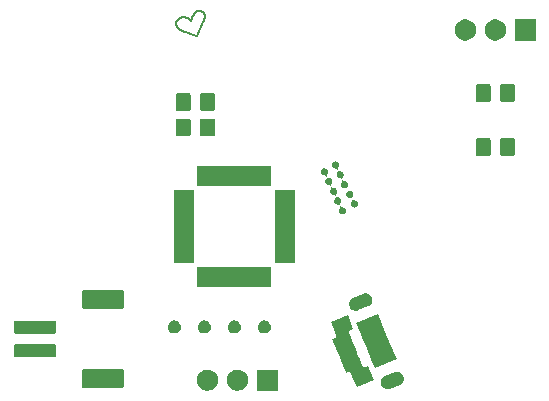
<source format=gbr>
G04 #@! TF.GenerationSoftware,KiCad,Pcbnew,5.1.5-1.fc31*
G04 #@! TF.CreationDate,2020-03-02T06:03:26+00:00*
G04 #@! TF.ProjectId,CatEars,43617445-6172-4732-9e6b-696361645f70,rev?*
G04 #@! TF.SameCoordinates,Original*
G04 #@! TF.FileFunction,Soldermask,Bot*
G04 #@! TF.FilePolarity,Negative*
%FSLAX46Y46*%
G04 Gerber Fmt 4.6, Leading zero omitted, Abs format (unit mm)*
G04 Created by KiCad (PCBNEW 5.1.5-1.fc31) date 2020-03-02 06:03:26*
%MOMM*%
%LPD*%
G04 APERTURE LIST*
%ADD10C,0.200642*%
%ADD11C,0.100000*%
G04 APERTURE END LIST*
D10*
X217337322Y-120201594D02*
X217347643Y-120176505D01*
X219608205Y-120266677D02*
X219102449Y-121448822D01*
X219733853Y-119619778D02*
X219738619Y-119645388D01*
X219630592Y-119416072D02*
X219644243Y-119431740D01*
X219551464Y-119348940D02*
X219568594Y-119360846D01*
X219701190Y-119521580D02*
X219711500Y-119545429D01*
X218755563Y-119688830D02*
X218795974Y-119617693D01*
X219689360Y-119498255D02*
X219701190Y-119521580D01*
X219148114Y-119284628D02*
X219168269Y-119279471D01*
X219585116Y-119373520D02*
X219600986Y-119386954D01*
X218585039Y-121244387D02*
X218319861Y-121154569D01*
X218566929Y-120092821D02*
X218565208Y-120105762D01*
X218242167Y-119872952D02*
X218303719Y-119894354D01*
X219128266Y-119290723D02*
X219148114Y-119284628D01*
X219739784Y-119832832D02*
X219731345Y-119888032D01*
X219731345Y-119888032D02*
X219719778Y-119943481D01*
X217386998Y-120103559D02*
X217402706Y-120080216D01*
X219251080Y-119268060D02*
X219272112Y-119267469D01*
X218046291Y-119826130D02*
X218112317Y-119838395D01*
X217497881Y-119973436D02*
X217519806Y-119954481D01*
X218414396Y-119943179D02*
X218461248Y-119969711D01*
X217801361Y-119820891D02*
X217857446Y-119814738D01*
X217402706Y-120080216D02*
X217419606Y-120057456D01*
X218072406Y-121067535D02*
X218014301Y-121045009D01*
X217376827Y-120569720D02*
X217362554Y-120543061D01*
X217314053Y-120407742D02*
X217310617Y-120381997D01*
X219085272Y-121448850D02*
X219029114Y-121420656D01*
X219029114Y-121420656D02*
X218970487Y-121393344D01*
X218970487Y-121393344D02*
X218847117Y-121341107D01*
X219209323Y-119271938D02*
X219230136Y-119269546D01*
X217784035Y-120937818D02*
X217728808Y-120906256D01*
X219738619Y-119645388D02*
X219742131Y-119671354D01*
X218795974Y-119617693D02*
X218839211Y-119548894D01*
X219711500Y-119545429D02*
X219720346Y-119569767D01*
X219070996Y-119314715D02*
X219089664Y-119305759D01*
X218587302Y-120057077D02*
X218627490Y-119958307D01*
X219272112Y-119267469D02*
X219314271Y-119268950D01*
X218562784Y-120117005D02*
X218565835Y-120111358D01*
X218565835Y-120111358D02*
X218587302Y-120057077D01*
X217408731Y-120620878D02*
X217376827Y-120569720D01*
X219600986Y-119386954D02*
X219616158Y-119401142D01*
X218014301Y-121045009D02*
X217956051Y-121020873D01*
X217309493Y-120330190D02*
X217311682Y-120304248D01*
X217519806Y-119954481D02*
X217542551Y-119936465D01*
X218544518Y-120038654D02*
X218554229Y-120052445D01*
X219742131Y-119671354D02*
X219744439Y-119697646D01*
X217746529Y-119833194D02*
X217773846Y-119826277D01*
X217444810Y-120669241D02*
X217408731Y-120620878D01*
X217326987Y-120458623D02*
X217319489Y-120433303D01*
X219356259Y-119273926D02*
X219397730Y-119282329D01*
X217456733Y-120013923D02*
X217476834Y-119993271D01*
X219644243Y-119431740D02*
X219660941Y-119453302D01*
X219035147Y-119335547D02*
X219035147Y-119335547D01*
X218565208Y-120105762D02*
X218562784Y-120117005D01*
X219744675Y-119778144D02*
X219739784Y-119832832D01*
X218565208Y-120105762D02*
X218565208Y-120105762D01*
X219168269Y-119279471D02*
X219188686Y-119275244D01*
X218718245Y-119760382D02*
X218755563Y-119688830D01*
X219314271Y-119268950D02*
X219356259Y-119273926D01*
X218532301Y-120024789D02*
X218544518Y-120038654D01*
X219188686Y-119275244D02*
X219209323Y-119271938D01*
X219745598Y-119724231D02*
X219744675Y-119778144D01*
X218627490Y-119958307D02*
X218684283Y-119830429D01*
X219568594Y-119360846D02*
X219585116Y-119373520D01*
X217326987Y-120458623D02*
X217326987Y-120458623D01*
X219052810Y-119324642D02*
X219070996Y-119314715D01*
X217590248Y-119903483D02*
X217615077Y-119888635D01*
X217675237Y-120872588D02*
X217623681Y-120836719D01*
X218847117Y-121341107D02*
X218717767Y-121291627D01*
X217528054Y-120757977D02*
X217484704Y-120714908D01*
X218192617Y-121110961D02*
X218072406Y-121067535D01*
X217666381Y-119862522D02*
X217692734Y-119851375D01*
X217615077Y-119888635D02*
X217640475Y-119874962D01*
X219727780Y-119594560D02*
X219733853Y-119619778D01*
X217566053Y-119919446D02*
X217590248Y-119903483D01*
X219438334Y-119294097D02*
X219477724Y-119309164D01*
X219675961Y-119475485D02*
X219689360Y-119498255D01*
X217310617Y-120381997D02*
X217309117Y-120356126D01*
X217362554Y-120543061D02*
X217349460Y-120515667D01*
X217437636Y-120035338D02*
X217456733Y-120013923D01*
X217419606Y-120057456D02*
X217437636Y-120035338D01*
X219397730Y-119282329D02*
X219438334Y-119294097D01*
X218983246Y-119375759D02*
X219008992Y-119354279D01*
X217857446Y-119814738D02*
X217917720Y-119813857D01*
X217359405Y-120151764D02*
X217372543Y-120127429D01*
X218500929Y-119997063D02*
X218532301Y-120024789D01*
X219719778Y-119943481D02*
X219705501Y-119998917D01*
X219650625Y-120162507D02*
X219608205Y-120266677D01*
X217728808Y-120906256D02*
X217675237Y-120872588D01*
X219008992Y-119354279D02*
X219035147Y-119335547D01*
X217840558Y-120967376D02*
X217784035Y-120937818D01*
X219515550Y-119327467D02*
X219533767Y-119337811D01*
X218554229Y-120052445D02*
X218561297Y-120066107D01*
X219644243Y-119431740D02*
X219644243Y-119431740D01*
X219616158Y-119401142D02*
X219630592Y-119416072D01*
X218684283Y-119830429D02*
X218718245Y-119760382D01*
X218717767Y-121291627D02*
X218585039Y-121244387D01*
X217574499Y-120798548D02*
X217528054Y-120757977D01*
X219496854Y-119317915D02*
X219515550Y-119327467D01*
X217347643Y-120176505D02*
X217359405Y-120151764D01*
X219688935Y-120054074D02*
X219670504Y-120108693D01*
X217692734Y-119851375D02*
X217719470Y-119841579D01*
X219720346Y-119569767D02*
X219727780Y-119594560D01*
X217319489Y-120433303D02*
X217314053Y-120407742D01*
X219108768Y-119297764D02*
X219128266Y-119290723D01*
X218303719Y-119894354D02*
X218361507Y-119917911D01*
X217956051Y-121020873D02*
X217898018Y-120995029D01*
X217349460Y-120515667D02*
X217337588Y-120487525D01*
X217315621Y-120278358D02*
X217321249Y-120252579D01*
X217981047Y-119817803D02*
X218046291Y-119826130D01*
X217372543Y-120127429D02*
X217386998Y-120103559D01*
X218561297Y-120066107D02*
X218565576Y-120079584D01*
X217328503Y-120226972D02*
X217337322Y-120201594D01*
X217484704Y-120714908D02*
X217444810Y-120669241D01*
X217898018Y-120995029D02*
X217840558Y-120967376D01*
X217337588Y-120487525D02*
X217326987Y-120458623D01*
X217640475Y-119874962D02*
X217666381Y-119862522D01*
X217801361Y-119820891D02*
X217801361Y-119820891D01*
X217476834Y-119993271D02*
X217497881Y-119973436D01*
X219533767Y-119337811D02*
X219551464Y-119348940D01*
X218908792Y-119454287D02*
X218933112Y-119426003D01*
X219744439Y-119697646D02*
X219745598Y-119724231D01*
X218461248Y-119969711D02*
X218500929Y-119997063D01*
X218933112Y-119426003D02*
X218957942Y-119399748D01*
X218319861Y-121154569D02*
X218192617Y-121110961D01*
X218839211Y-119548894D02*
X218885013Y-119484356D01*
X219670504Y-120108693D02*
X219650625Y-120162507D01*
X218112317Y-119838395D02*
X218177987Y-119854151D01*
X217542551Y-119936465D02*
X217566053Y-119919446D01*
X218072406Y-121067535D02*
X218072406Y-121067535D01*
X219705501Y-119998917D02*
X219688935Y-120054074D01*
X219608205Y-120266677D02*
X219608205Y-120266677D01*
X218177987Y-119854151D02*
X218242167Y-119872952D01*
X218361507Y-119917911D02*
X218414396Y-119943179D01*
X219089664Y-119305759D02*
X219108768Y-119297764D01*
X217311682Y-120304248D02*
X217315621Y-120278358D01*
X219035147Y-119335547D02*
X219052810Y-119324642D01*
X217719470Y-119841579D02*
X217746529Y-119833194D01*
X217309117Y-120356126D02*
X217309493Y-120330190D01*
X219660941Y-119453302D02*
X219675961Y-119475485D01*
X219230136Y-119269546D02*
X219251080Y-119268060D01*
X218565576Y-120079584D02*
X218566929Y-120092821D01*
X217623681Y-120836719D02*
X217574499Y-120798548D01*
X218885013Y-119484356D02*
X218908792Y-119454287D01*
X219477724Y-119309164D02*
X219496854Y-119317915D01*
X217321249Y-120252579D02*
X217328503Y-120226972D01*
X218957942Y-119399748D02*
X218983246Y-119375759D01*
X217917720Y-119813857D02*
X217981047Y-119817803D01*
X217773846Y-119826277D02*
X217801361Y-119820891D01*
D11*
G36*
X225944800Y-151459300D02*
G01*
X224143200Y-151459300D01*
X224143200Y-149657700D01*
X225944800Y-149657700D01*
X225944800Y-151459300D01*
G37*
G36*
X222766754Y-149692317D02*
G01*
X222930689Y-149760221D01*
X223078227Y-149858803D01*
X223203697Y-149984273D01*
X223302279Y-150131811D01*
X223370183Y-150295746D01*
X223404800Y-150469779D01*
X223404800Y-150647221D01*
X223370183Y-150821254D01*
X223302279Y-150985189D01*
X223203697Y-151132727D01*
X223078227Y-151258197D01*
X222930689Y-151356779D01*
X222766754Y-151424683D01*
X222592721Y-151459300D01*
X222415279Y-151459300D01*
X222241246Y-151424683D01*
X222077311Y-151356779D01*
X221929773Y-151258197D01*
X221804303Y-151132727D01*
X221705721Y-150985189D01*
X221637817Y-150821254D01*
X221603200Y-150647221D01*
X221603200Y-150469779D01*
X221637817Y-150295746D01*
X221705721Y-150131811D01*
X221804303Y-149984273D01*
X221929773Y-149858803D01*
X222077311Y-149760221D01*
X222241246Y-149692317D01*
X222415279Y-149657700D01*
X222592721Y-149657700D01*
X222766754Y-149692317D01*
G37*
G36*
X220226754Y-149692317D02*
G01*
X220390689Y-149760221D01*
X220538227Y-149858803D01*
X220663697Y-149984273D01*
X220762279Y-150131811D01*
X220830183Y-150295746D01*
X220864800Y-150469779D01*
X220864800Y-150647221D01*
X220830183Y-150821254D01*
X220762279Y-150985189D01*
X220663697Y-151132727D01*
X220538227Y-151258197D01*
X220390689Y-151356779D01*
X220226754Y-151424683D01*
X220052721Y-151459300D01*
X219875279Y-151459300D01*
X219701246Y-151424683D01*
X219537311Y-151356779D01*
X219389773Y-151258197D01*
X219264303Y-151132727D01*
X219165721Y-150985189D01*
X219097817Y-150821254D01*
X219063200Y-150647221D01*
X219063200Y-150469779D01*
X219097817Y-150295746D01*
X219165721Y-150131811D01*
X219264303Y-149984273D01*
X219389773Y-149858803D01*
X219537311Y-149760221D01*
X219701246Y-149692317D01*
X219875279Y-149657700D01*
X220052721Y-149657700D01*
X220226754Y-149692317D01*
G37*
G36*
X236117357Y-149838514D02*
G01*
X236135716Y-149840484D01*
X236206015Y-149862481D01*
X236243963Y-149874355D01*
X236343523Y-149928693D01*
X236430568Y-150001410D01*
X236501755Y-150089711D01*
X236554347Y-150190204D01*
X236586324Y-150299026D01*
X236596456Y-150411995D01*
X236590255Y-150469779D01*
X236584354Y-150524771D01*
X236550484Y-150633017D01*
X236550483Y-150633018D01*
X236496145Y-150732577D01*
X236423428Y-150819622D01*
X236335127Y-150890809D01*
X236259819Y-150930221D01*
X235419256Y-151269831D01*
X235337706Y-151293794D01*
X235224738Y-151303926D01*
X235124064Y-151293123D01*
X235111962Y-151291824D01*
X235003718Y-151257954D01*
X235003715Y-151257953D01*
X234904155Y-151203615D01*
X234817110Y-151130898D01*
X234745923Y-151042597D01*
X234693331Y-150942104D01*
X234661354Y-150833282D01*
X234651222Y-150720314D01*
X234663324Y-150607539D01*
X234689223Y-150524770D01*
X234697194Y-150499294D01*
X234697195Y-150499291D01*
X234751533Y-150399731D01*
X234824250Y-150312686D01*
X234912551Y-150241499D01*
X234987860Y-150202087D01*
X235828421Y-149862477D01*
X235909971Y-149838514D01*
X236022940Y-149828382D01*
X236117357Y-149838514D01*
G37*
G36*
X212759574Y-149618716D02*
G01*
X212784456Y-149626264D01*
X212807386Y-149638521D01*
X212827485Y-149655015D01*
X212843979Y-149675114D01*
X212856236Y-149698044D01*
X212863784Y-149722926D01*
X212867300Y-149758626D01*
X212867300Y-151073374D01*
X212863784Y-151109074D01*
X212856236Y-151133956D01*
X212843979Y-151156886D01*
X212827485Y-151176985D01*
X212807386Y-151193479D01*
X212784456Y-151205736D01*
X212759574Y-151213284D01*
X212723874Y-151216800D01*
X209509126Y-151216800D01*
X209473426Y-151213284D01*
X209448544Y-151205736D01*
X209425614Y-151193479D01*
X209405515Y-151176985D01*
X209389021Y-151156886D01*
X209376764Y-151133956D01*
X209369216Y-151109074D01*
X209365700Y-151073374D01*
X209365700Y-149758626D01*
X209369216Y-149722926D01*
X209376764Y-149698044D01*
X209389021Y-149675114D01*
X209405515Y-149655015D01*
X209425614Y-149638521D01*
X209448544Y-149626264D01*
X209473426Y-149618716D01*
X209509126Y-149615200D01*
X212723874Y-149615200D01*
X212759574Y-149618716D01*
G37*
G36*
X232301651Y-146225390D02*
G01*
X232074490Y-146317169D01*
X232039753Y-146335349D01*
X232009230Y-146359956D01*
X231984094Y-146390045D01*
X231965311Y-146424459D01*
X231953603Y-146461877D01*
X231949420Y-146500860D01*
X231952922Y-146539910D01*
X231963975Y-146577525D01*
X232010174Y-146691871D01*
X232205597Y-147175560D01*
X232313117Y-147441683D01*
X232355089Y-147545565D01*
X232449087Y-147778220D01*
X232449090Y-147778229D01*
X232598335Y-148147621D01*
X232673256Y-148333057D01*
X232853039Y-148778034D01*
X232936076Y-148983559D01*
X232936079Y-148983567D01*
X233069098Y-149312800D01*
X233083450Y-149348324D01*
X233101630Y-149383061D01*
X233126237Y-149413584D01*
X233156326Y-149438720D01*
X233190740Y-149457503D01*
X233228158Y-149469211D01*
X233267141Y-149473394D01*
X233306191Y-149469892D01*
X233343807Y-149458839D01*
X233570968Y-149367060D01*
X234039826Y-150527523D01*
X232601208Y-151108762D01*
X232408995Y-150633018D01*
X232153551Y-150000773D01*
X232135373Y-149966040D01*
X232110766Y-149935517D01*
X232080677Y-149910381D01*
X232046263Y-149891598D01*
X232008845Y-149879890D01*
X231969862Y-149875707D01*
X231930812Y-149879209D01*
X231893198Y-149890261D01*
X231712394Y-149963311D01*
X231678690Y-149879890D01*
X231524491Y-149498236D01*
X231449574Y-149312809D01*
X231449571Y-149312800D01*
X231300326Y-148943408D01*
X231166230Y-148611508D01*
X231037502Y-148292897D01*
X230962585Y-148107470D01*
X230962582Y-148107461D01*
X230842833Y-147811073D01*
X230794008Y-147690227D01*
X230719087Y-147504791D01*
X230550514Y-147087558D01*
X230731316Y-147014509D01*
X230766053Y-146996329D01*
X230796576Y-146971722D01*
X230821712Y-146941633D01*
X230840495Y-146907219D01*
X230852203Y-146869801D01*
X230856386Y-146830818D01*
X230852884Y-146791768D01*
X230841831Y-146754152D01*
X230730192Y-146477835D01*
X230394175Y-145646166D01*
X231832793Y-145064927D01*
X232301651Y-146225390D01*
G37*
G36*
X235212247Y-146875825D02*
G01*
X235840811Y-148431575D01*
X235980789Y-148778035D01*
X234124938Y-149527847D01*
X233905035Y-148983568D01*
X233356396Y-147625638D01*
X233174553Y-147175560D01*
X232899348Y-146494404D01*
X232588452Y-145724910D01*
X232588452Y-145724909D01*
X234444303Y-144975097D01*
X235212247Y-146875825D01*
G37*
G36*
X207025928Y-147519519D02*
G01*
X207058655Y-147529447D01*
X207088810Y-147545565D01*
X207115242Y-147567258D01*
X207136935Y-147593690D01*
X207153053Y-147623845D01*
X207162981Y-147656572D01*
X207167300Y-147700425D01*
X207167300Y-148431575D01*
X207162981Y-148475428D01*
X207153053Y-148508155D01*
X207136935Y-148538310D01*
X207115242Y-148564742D01*
X207088810Y-148586435D01*
X207058655Y-148602553D01*
X207025928Y-148612481D01*
X206982075Y-148616800D01*
X203750925Y-148616800D01*
X203707072Y-148612481D01*
X203674345Y-148602553D01*
X203644190Y-148586435D01*
X203617758Y-148564742D01*
X203596065Y-148538310D01*
X203579947Y-148508155D01*
X203570019Y-148475428D01*
X203565700Y-148431575D01*
X203565700Y-147700425D01*
X203570019Y-147656572D01*
X203579947Y-147623845D01*
X203596065Y-147593690D01*
X203617758Y-147567258D01*
X203644190Y-147545565D01*
X203674345Y-147529447D01*
X203707072Y-147519519D01*
X203750925Y-147515200D01*
X206982075Y-147515200D01*
X207025928Y-147519519D01*
G37*
G36*
X207025928Y-145519519D02*
G01*
X207058655Y-145529447D01*
X207088810Y-145545565D01*
X207115242Y-145567258D01*
X207136935Y-145593690D01*
X207153053Y-145623845D01*
X207162981Y-145656572D01*
X207167300Y-145700425D01*
X207167300Y-146431575D01*
X207162981Y-146475428D01*
X207153053Y-146508155D01*
X207136935Y-146538310D01*
X207115242Y-146564742D01*
X207088810Y-146586435D01*
X207058655Y-146602553D01*
X207025928Y-146612481D01*
X206982075Y-146616800D01*
X203750925Y-146616800D01*
X203707072Y-146612481D01*
X203674345Y-146602553D01*
X203644190Y-146586435D01*
X203617758Y-146564742D01*
X203596065Y-146538310D01*
X203579947Y-146508155D01*
X203570019Y-146475428D01*
X203565700Y-146431575D01*
X203565700Y-145700425D01*
X203570019Y-145656572D01*
X203579947Y-145623845D01*
X203596065Y-145593690D01*
X203617758Y-145567258D01*
X203644190Y-145545565D01*
X203674345Y-145529447D01*
X203707072Y-145519519D01*
X203750925Y-145515200D01*
X206982075Y-145515200D01*
X207025928Y-145519519D01*
G37*
G36*
X222410662Y-145520367D02*
G01*
X222410664Y-145520368D01*
X222410665Y-145520368D01*
X222510899Y-145561885D01*
X222601114Y-145622165D01*
X222677835Y-145698886D01*
X222738115Y-145789101D01*
X222779632Y-145889335D01*
X222800800Y-145995751D01*
X222800800Y-146104249D01*
X222779632Y-146210665D01*
X222738115Y-146310899D01*
X222677835Y-146401114D01*
X222601114Y-146477835D01*
X222510899Y-146538115D01*
X222410665Y-146579632D01*
X222410664Y-146579632D01*
X222410662Y-146579633D01*
X222304249Y-146600800D01*
X222195751Y-146600800D01*
X222089338Y-146579633D01*
X222089336Y-146579632D01*
X222089335Y-146579632D01*
X221989101Y-146538115D01*
X221898886Y-146477835D01*
X221822165Y-146401114D01*
X221761885Y-146310899D01*
X221720368Y-146210665D01*
X221699200Y-146104249D01*
X221699200Y-145995751D01*
X221720368Y-145889335D01*
X221761885Y-145789101D01*
X221822165Y-145698886D01*
X221898886Y-145622165D01*
X221989101Y-145561885D01*
X222089335Y-145520368D01*
X222089336Y-145520368D01*
X222089338Y-145520367D01*
X222195751Y-145499200D01*
X222304249Y-145499200D01*
X222410662Y-145520367D01*
G37*
G36*
X224950662Y-145520367D02*
G01*
X224950664Y-145520368D01*
X224950665Y-145520368D01*
X225050899Y-145561885D01*
X225141114Y-145622165D01*
X225217835Y-145698886D01*
X225278115Y-145789101D01*
X225319632Y-145889335D01*
X225340800Y-145995751D01*
X225340800Y-146104249D01*
X225319632Y-146210665D01*
X225278115Y-146310899D01*
X225217835Y-146401114D01*
X225141114Y-146477835D01*
X225050899Y-146538115D01*
X224950665Y-146579632D01*
X224950664Y-146579632D01*
X224950662Y-146579633D01*
X224844249Y-146600800D01*
X224735751Y-146600800D01*
X224629338Y-146579633D01*
X224629336Y-146579632D01*
X224629335Y-146579632D01*
X224529101Y-146538115D01*
X224438886Y-146477835D01*
X224362165Y-146401114D01*
X224301885Y-146310899D01*
X224260368Y-146210665D01*
X224239200Y-146104249D01*
X224239200Y-145995751D01*
X224260368Y-145889335D01*
X224301885Y-145789101D01*
X224362165Y-145698886D01*
X224438886Y-145622165D01*
X224529101Y-145561885D01*
X224629335Y-145520368D01*
X224629336Y-145520368D01*
X224629338Y-145520367D01*
X224735751Y-145499200D01*
X224844249Y-145499200D01*
X224950662Y-145520367D01*
G37*
G36*
X217330662Y-145520367D02*
G01*
X217330664Y-145520368D01*
X217330665Y-145520368D01*
X217430899Y-145561885D01*
X217521114Y-145622165D01*
X217597835Y-145698886D01*
X217658115Y-145789101D01*
X217699632Y-145889335D01*
X217720800Y-145995751D01*
X217720800Y-146104249D01*
X217699632Y-146210665D01*
X217658115Y-146310899D01*
X217597835Y-146401114D01*
X217521114Y-146477835D01*
X217430899Y-146538115D01*
X217330665Y-146579632D01*
X217330664Y-146579632D01*
X217330662Y-146579633D01*
X217224249Y-146600800D01*
X217115751Y-146600800D01*
X217009338Y-146579633D01*
X217009336Y-146579632D01*
X217009335Y-146579632D01*
X216909101Y-146538115D01*
X216818886Y-146477835D01*
X216742165Y-146401114D01*
X216681885Y-146310899D01*
X216640368Y-146210665D01*
X216619200Y-146104249D01*
X216619200Y-145995751D01*
X216640368Y-145889335D01*
X216681885Y-145789101D01*
X216742165Y-145698886D01*
X216818886Y-145622165D01*
X216909101Y-145561885D01*
X217009335Y-145520368D01*
X217009336Y-145520368D01*
X217009338Y-145520367D01*
X217115751Y-145499200D01*
X217224249Y-145499200D01*
X217330662Y-145520367D01*
G37*
G36*
X219870662Y-145520367D02*
G01*
X219870664Y-145520368D01*
X219870665Y-145520368D01*
X219970899Y-145561885D01*
X220061114Y-145622165D01*
X220137835Y-145698886D01*
X220198115Y-145789101D01*
X220239632Y-145889335D01*
X220260800Y-145995751D01*
X220260800Y-146104249D01*
X220239632Y-146210665D01*
X220198115Y-146310899D01*
X220137835Y-146401114D01*
X220061114Y-146477835D01*
X219970899Y-146538115D01*
X219870665Y-146579632D01*
X219870664Y-146579632D01*
X219870662Y-146579633D01*
X219764249Y-146600800D01*
X219655751Y-146600800D01*
X219549338Y-146579633D01*
X219549336Y-146579632D01*
X219549335Y-146579632D01*
X219449101Y-146538115D01*
X219358886Y-146477835D01*
X219282165Y-146401114D01*
X219221885Y-146310899D01*
X219180368Y-146210665D01*
X219159200Y-146104249D01*
X219159200Y-145995751D01*
X219180368Y-145889335D01*
X219221885Y-145789101D01*
X219282165Y-145698886D01*
X219358886Y-145622165D01*
X219449101Y-145561885D01*
X219549335Y-145520368D01*
X219549336Y-145520368D01*
X219549338Y-145520367D01*
X219655751Y-145499200D01*
X219764249Y-145499200D01*
X219870662Y-145520367D01*
G37*
G36*
X233438920Y-143209150D02*
G01*
X233457279Y-143211120D01*
X233527578Y-143233117D01*
X233565526Y-143244991D01*
X233665086Y-143299329D01*
X233752131Y-143372046D01*
X233823318Y-143460347D01*
X233875910Y-143560840D01*
X233907887Y-143669662D01*
X233918019Y-143782631D01*
X233908651Y-143869927D01*
X233905917Y-143895407D01*
X233872047Y-144003653D01*
X233872046Y-144003654D01*
X233817708Y-144103213D01*
X233744991Y-144190258D01*
X233656690Y-144261445D01*
X233581382Y-144300857D01*
X232740819Y-144640467D01*
X232659269Y-144664430D01*
X232546301Y-144674562D01*
X232445627Y-144663759D01*
X232433525Y-144662460D01*
X232325281Y-144628590D01*
X232325278Y-144628589D01*
X232225718Y-144574251D01*
X232138673Y-144501534D01*
X232067486Y-144413233D01*
X232014894Y-144312740D01*
X231982917Y-144203918D01*
X231972785Y-144090950D01*
X231984887Y-143978175D01*
X232010786Y-143895406D01*
X232018757Y-143869930D01*
X232018758Y-143869927D01*
X232073096Y-143770367D01*
X232145813Y-143683322D01*
X232234114Y-143612135D01*
X232309423Y-143572723D01*
X233149984Y-143233113D01*
X233231534Y-143209150D01*
X233344503Y-143199018D01*
X233438920Y-143209150D01*
G37*
G36*
X212759574Y-142918716D02*
G01*
X212784456Y-142926264D01*
X212807386Y-142938521D01*
X212827485Y-142955015D01*
X212843979Y-142975114D01*
X212856236Y-142998044D01*
X212863784Y-143022926D01*
X212867300Y-143058626D01*
X212867300Y-144373374D01*
X212863784Y-144409074D01*
X212856236Y-144433956D01*
X212843979Y-144456886D01*
X212827485Y-144476985D01*
X212807386Y-144493479D01*
X212784456Y-144505736D01*
X212759574Y-144513284D01*
X212723874Y-144516800D01*
X209509126Y-144516800D01*
X209473426Y-144513284D01*
X209448544Y-144505736D01*
X209425614Y-144493479D01*
X209405515Y-144476985D01*
X209389021Y-144456886D01*
X209376764Y-144433956D01*
X209369216Y-144409074D01*
X209365700Y-144373374D01*
X209365700Y-143058626D01*
X209369216Y-143022926D01*
X209376764Y-142998044D01*
X209389021Y-142975114D01*
X209405515Y-142955015D01*
X209425614Y-142938521D01*
X209448544Y-142926264D01*
X209473426Y-142918716D01*
X209509126Y-142915200D01*
X212723874Y-142915200D01*
X212759574Y-142918716D01*
G37*
G36*
X225375800Y-142641800D02*
G01*
X219124200Y-142641800D01*
X219124200Y-140940200D01*
X225375800Y-140940200D01*
X225375800Y-142641800D01*
G37*
G36*
X218850800Y-140666800D02*
G01*
X217149200Y-140666800D01*
X217149200Y-134415200D01*
X218850800Y-134415200D01*
X218850800Y-140666800D01*
G37*
G36*
X227350800Y-140666800D02*
G01*
X225649200Y-140666800D01*
X225649200Y-134415200D01*
X227350800Y-134415200D01*
X227350800Y-140666800D01*
G37*
G36*
X229928683Y-132610480D02*
G01*
X229957741Y-132616260D01*
X230011777Y-132638643D01*
X230012482Y-132638935D01*
X230029078Y-132650024D01*
X230061749Y-132671854D01*
X230103646Y-132713751D01*
X230136566Y-132763020D01*
X230159240Y-132817759D01*
X230170800Y-132875875D01*
X230170800Y-132935125D01*
X230159240Y-132993241D01*
X230136566Y-133047980D01*
X230096989Y-133107212D01*
X230087243Y-133119088D01*
X230068761Y-133153665D01*
X230057380Y-133191183D01*
X230053537Y-133230201D01*
X230057380Y-133269219D01*
X230068761Y-133306737D01*
X230087243Y-133341314D01*
X230112115Y-133371622D01*
X230142423Y-133396494D01*
X230177000Y-133414976D01*
X230214518Y-133426357D01*
X230253536Y-133430200D01*
X230280626Y-133430200D01*
X230309683Y-133435980D01*
X230338741Y-133441760D01*
X230392777Y-133464143D01*
X230393482Y-133464435D01*
X230423064Y-133484201D01*
X230442749Y-133497354D01*
X230484646Y-133539251D01*
X230517566Y-133588520D01*
X230540240Y-133643259D01*
X230551800Y-133701375D01*
X230551800Y-133760625D01*
X230540240Y-133818741D01*
X230517566Y-133873480D01*
X230477989Y-133932712D01*
X230468243Y-133944588D01*
X230449761Y-133979165D01*
X230438380Y-134016683D01*
X230434537Y-134055701D01*
X230438380Y-134094719D01*
X230449761Y-134132237D01*
X230468243Y-134166814D01*
X230493115Y-134197122D01*
X230523423Y-134221994D01*
X230558000Y-134240476D01*
X230595518Y-134251857D01*
X230634536Y-134255700D01*
X230661626Y-134255700D01*
X230690683Y-134261480D01*
X230719741Y-134267260D01*
X230774480Y-134289934D01*
X230774482Y-134289935D01*
X230808389Y-134312591D01*
X230823749Y-134322854D01*
X230865646Y-134364751D01*
X230898566Y-134414020D01*
X230921240Y-134468759D01*
X230932800Y-134526875D01*
X230932800Y-134586125D01*
X230921240Y-134644241D01*
X230898566Y-134698980D01*
X230858989Y-134758212D01*
X230849243Y-134770088D01*
X230830761Y-134804665D01*
X230819380Y-134842183D01*
X230815537Y-134881201D01*
X230819380Y-134920219D01*
X230830761Y-134957737D01*
X230849243Y-134992314D01*
X230874115Y-135022622D01*
X230904423Y-135047494D01*
X230939000Y-135065976D01*
X230976518Y-135077357D01*
X231015536Y-135081200D01*
X231042626Y-135081200D01*
X231071683Y-135086980D01*
X231100741Y-135092760D01*
X231154777Y-135115143D01*
X231155482Y-135115435D01*
X231185064Y-135135201D01*
X231204749Y-135148354D01*
X231246646Y-135190251D01*
X231279566Y-135239520D01*
X231302240Y-135294259D01*
X231313800Y-135352375D01*
X231313800Y-135411625D01*
X231302240Y-135469741D01*
X231279566Y-135524480D01*
X231239989Y-135583712D01*
X231230243Y-135595588D01*
X231211761Y-135630165D01*
X231200380Y-135667683D01*
X231196537Y-135706701D01*
X231200380Y-135745719D01*
X231211761Y-135783237D01*
X231230243Y-135817814D01*
X231255115Y-135848122D01*
X231285423Y-135872994D01*
X231320000Y-135891476D01*
X231357518Y-135902857D01*
X231396536Y-135906700D01*
X231423626Y-135906700D01*
X231452683Y-135912480D01*
X231481741Y-135918260D01*
X231536480Y-135940934D01*
X231536482Y-135940935D01*
X231585749Y-135973854D01*
X231627646Y-136015751D01*
X231660565Y-136065018D01*
X231683240Y-136119760D01*
X231694800Y-136177874D01*
X231694800Y-136237126D01*
X231683240Y-136295240D01*
X231660565Y-136349982D01*
X231627646Y-136399249D01*
X231585749Y-136441146D01*
X231536482Y-136474065D01*
X231536481Y-136474066D01*
X231536480Y-136474066D01*
X231481741Y-136496740D01*
X231452683Y-136502520D01*
X231423626Y-136508300D01*
X231364374Y-136508300D01*
X231335317Y-136502520D01*
X231306259Y-136496740D01*
X231251520Y-136474066D01*
X231251519Y-136474066D01*
X231251518Y-136474065D01*
X231202251Y-136441146D01*
X231160354Y-136399249D01*
X231127435Y-136349982D01*
X231104760Y-136295240D01*
X231093200Y-136237126D01*
X231093200Y-136177874D01*
X231104760Y-136119760D01*
X231127435Y-136065018D01*
X231160354Y-136015751D01*
X231167011Y-136005788D01*
X231176757Y-135993912D01*
X231195239Y-135959335D01*
X231206620Y-135921817D01*
X231210463Y-135882799D01*
X231206620Y-135843781D01*
X231195239Y-135806263D01*
X231176757Y-135771686D01*
X231151885Y-135741378D01*
X231121577Y-135716506D01*
X231087000Y-135698024D01*
X231049482Y-135686643D01*
X231010464Y-135682800D01*
X230983374Y-135682800D01*
X230954317Y-135677020D01*
X230925259Y-135671240D01*
X230870520Y-135648566D01*
X230870519Y-135648566D01*
X230870518Y-135648565D01*
X230821251Y-135615646D01*
X230779354Y-135573749D01*
X230746435Y-135524482D01*
X230723760Y-135469740D01*
X230712200Y-135411626D01*
X230712200Y-135352374D01*
X230723760Y-135294260D01*
X230746435Y-135239518D01*
X230779354Y-135190251D01*
X230786011Y-135180288D01*
X230795757Y-135168412D01*
X230814239Y-135133835D01*
X230825620Y-135096317D01*
X230829463Y-135057299D01*
X230825620Y-135018281D01*
X230814239Y-134980763D01*
X230795757Y-134946186D01*
X230770885Y-134915878D01*
X230740577Y-134891006D01*
X230706000Y-134872524D01*
X230668482Y-134861143D01*
X230629464Y-134857300D01*
X230602374Y-134857300D01*
X230573317Y-134851520D01*
X230544259Y-134845740D01*
X230489520Y-134823066D01*
X230489519Y-134823066D01*
X230489518Y-134823065D01*
X230440251Y-134790146D01*
X230398354Y-134748249D01*
X230365435Y-134698982D01*
X230342760Y-134644240D01*
X230331200Y-134586126D01*
X230331200Y-134526874D01*
X230342760Y-134468760D01*
X230365435Y-134414018D01*
X230398354Y-134364751D01*
X230405011Y-134354788D01*
X230414757Y-134342912D01*
X230433239Y-134308335D01*
X230444620Y-134270817D01*
X230448463Y-134231799D01*
X230444620Y-134192781D01*
X230433239Y-134155263D01*
X230414757Y-134120686D01*
X230389885Y-134090378D01*
X230359577Y-134065506D01*
X230325000Y-134047024D01*
X230287482Y-134035643D01*
X230248464Y-134031800D01*
X230221374Y-134031800D01*
X230192317Y-134026020D01*
X230163259Y-134020240D01*
X230108520Y-133997566D01*
X230108519Y-133997566D01*
X230108518Y-133997565D01*
X230059251Y-133964646D01*
X230017354Y-133922749D01*
X229984435Y-133873482D01*
X229961760Y-133818740D01*
X229950200Y-133760626D01*
X229950200Y-133701374D01*
X229961760Y-133643260D01*
X229984435Y-133588518D01*
X230017354Y-133539251D01*
X230024011Y-133529288D01*
X230033757Y-133517412D01*
X230052239Y-133482835D01*
X230063620Y-133445317D01*
X230067463Y-133406299D01*
X230063620Y-133367281D01*
X230052239Y-133329763D01*
X230033757Y-133295186D01*
X230008885Y-133264878D01*
X229978577Y-133240006D01*
X229944000Y-133221524D01*
X229906482Y-133210143D01*
X229867464Y-133206300D01*
X229840374Y-133206300D01*
X229811317Y-133200520D01*
X229782259Y-133194740D01*
X229727520Y-133172066D01*
X229727519Y-133172066D01*
X229727518Y-133172065D01*
X229678251Y-133139146D01*
X229636354Y-133097249D01*
X229603435Y-133047982D01*
X229580760Y-132993240D01*
X229569200Y-132935126D01*
X229569200Y-132875874D01*
X229580760Y-132817760D01*
X229603435Y-132763018D01*
X229636354Y-132713751D01*
X229678251Y-132671854D01*
X229727518Y-132638935D01*
X229728223Y-132638643D01*
X229782259Y-132616260D01*
X229811317Y-132610480D01*
X229840374Y-132604700D01*
X229899626Y-132604700D01*
X229928683Y-132610480D01*
G37*
G36*
X231854033Y-134478884D02*
G01*
X231888610Y-134497366D01*
X231926128Y-134508747D01*
X231965146Y-134512590D01*
X231994494Y-134509700D01*
X232058626Y-134509700D01*
X232073154Y-134512590D01*
X232116741Y-134521260D01*
X232171480Y-134543934D01*
X232171482Y-134543935D01*
X232194694Y-134559445D01*
X232220749Y-134576854D01*
X232262646Y-134618751D01*
X232295566Y-134668020D01*
X232318240Y-134722759D01*
X232329800Y-134780875D01*
X232329800Y-134840125D01*
X232318240Y-134898241D01*
X232295566Y-134952980D01*
X232255989Y-135012212D01*
X232246243Y-135024088D01*
X232227761Y-135058665D01*
X232216380Y-135096183D01*
X232212537Y-135135201D01*
X232216380Y-135174219D01*
X232227761Y-135211737D01*
X232246243Y-135246314D01*
X232271115Y-135276622D01*
X232301423Y-135301494D01*
X232336000Y-135319976D01*
X232373518Y-135331357D01*
X232412536Y-135335200D01*
X232439626Y-135335200D01*
X232468683Y-135340980D01*
X232497741Y-135346760D01*
X232552480Y-135369434D01*
X232552482Y-135369435D01*
X232601749Y-135402354D01*
X232643646Y-135444251D01*
X232676565Y-135493518D01*
X232699240Y-135548260D01*
X232710800Y-135606374D01*
X232710800Y-135665626D01*
X232699240Y-135723740D01*
X232676565Y-135778482D01*
X232643646Y-135827749D01*
X232601749Y-135869646D01*
X232552482Y-135902565D01*
X232552481Y-135902566D01*
X232552480Y-135902566D01*
X232497741Y-135925240D01*
X232468683Y-135931020D01*
X232439626Y-135936800D01*
X232380374Y-135936800D01*
X232351317Y-135931020D01*
X232322259Y-135925240D01*
X232267520Y-135902566D01*
X232267519Y-135902566D01*
X232267518Y-135902565D01*
X232218251Y-135869646D01*
X232176354Y-135827749D01*
X232143435Y-135778482D01*
X232120760Y-135723740D01*
X232109200Y-135665626D01*
X232109200Y-135606374D01*
X232120760Y-135548260D01*
X232143435Y-135493518D01*
X232176354Y-135444251D01*
X232183011Y-135434288D01*
X232192757Y-135422412D01*
X232211239Y-135387835D01*
X232222620Y-135350317D01*
X232226463Y-135311299D01*
X232222620Y-135272281D01*
X232211239Y-135234763D01*
X232192757Y-135200186D01*
X232167885Y-135169878D01*
X232137577Y-135145006D01*
X232103000Y-135126524D01*
X232065482Y-135115143D01*
X232026464Y-135111300D01*
X231999374Y-135111300D01*
X231970317Y-135105520D01*
X231941259Y-135099740D01*
X231886520Y-135077066D01*
X231886519Y-135077066D01*
X231886518Y-135077065D01*
X231837251Y-135044146D01*
X231795354Y-135002249D01*
X231762435Y-134952982D01*
X231739760Y-134898240D01*
X231728200Y-134840126D01*
X231728200Y-134780874D01*
X231739760Y-134722760D01*
X231762435Y-134668018D01*
X231795354Y-134618751D01*
X231799739Y-134612188D01*
X231814647Y-134594022D01*
X231833129Y-134559445D01*
X231844510Y-134521927D01*
X231848353Y-134482909D01*
X231847422Y-134473459D01*
X231854033Y-134478884D01*
G37*
G36*
X230881183Y-132038980D02*
G01*
X230910241Y-132044760D01*
X230964980Y-132067434D01*
X230964982Y-132067435D01*
X231014249Y-132100354D01*
X231056146Y-132142251D01*
X231089066Y-132191520D01*
X231111740Y-132246259D01*
X231123300Y-132304375D01*
X231123300Y-132363625D01*
X231111740Y-132421741D01*
X231089066Y-132476480D01*
X231049489Y-132535712D01*
X231039743Y-132547588D01*
X231021261Y-132582165D01*
X231009880Y-132619683D01*
X231006037Y-132658701D01*
X231009880Y-132697719D01*
X231021261Y-132735237D01*
X231039743Y-132769814D01*
X231064615Y-132800122D01*
X231094923Y-132824994D01*
X231129500Y-132843476D01*
X231167018Y-132854857D01*
X231206036Y-132858700D01*
X231233126Y-132858700D01*
X231262183Y-132864480D01*
X231291241Y-132870260D01*
X231345980Y-132892934D01*
X231345982Y-132892935D01*
X231395249Y-132925854D01*
X231437146Y-132967751D01*
X231470066Y-133017020D01*
X231492740Y-133071759D01*
X231504300Y-133129875D01*
X231504300Y-133189125D01*
X231492740Y-133247241D01*
X231470066Y-133301980D01*
X231430489Y-133361212D01*
X231420743Y-133373088D01*
X231402261Y-133407665D01*
X231390880Y-133445183D01*
X231387037Y-133484201D01*
X231390880Y-133523219D01*
X231402261Y-133560737D01*
X231420743Y-133595314D01*
X231445615Y-133625622D01*
X231475923Y-133650494D01*
X231510500Y-133668976D01*
X231548018Y-133680357D01*
X231587036Y-133684200D01*
X231614126Y-133684200D01*
X231643183Y-133689980D01*
X231672241Y-133695760D01*
X231726980Y-133718434D01*
X231726982Y-133718435D01*
X231776249Y-133751354D01*
X231818146Y-133793251D01*
X231851066Y-133842520D01*
X231873740Y-133897259D01*
X231885300Y-133955375D01*
X231885300Y-134014625D01*
X231873740Y-134072741D01*
X231851066Y-134127480D01*
X231813761Y-134183312D01*
X231798853Y-134201478D01*
X231780371Y-134236055D01*
X231768990Y-134273573D01*
X231765147Y-134312591D01*
X231766078Y-134322041D01*
X231759467Y-134316616D01*
X231724890Y-134298134D01*
X231687372Y-134286753D01*
X231648354Y-134282910D01*
X231619006Y-134285800D01*
X231554874Y-134285800D01*
X231525817Y-134280020D01*
X231496759Y-134274240D01*
X231442020Y-134251566D01*
X231442019Y-134251566D01*
X231442018Y-134251565D01*
X231392751Y-134218646D01*
X231350854Y-134176749D01*
X231317935Y-134127482D01*
X231295260Y-134072740D01*
X231283700Y-134014626D01*
X231283700Y-133955374D01*
X231295260Y-133897260D01*
X231317935Y-133842518D01*
X231350854Y-133793251D01*
X231357511Y-133783288D01*
X231367257Y-133771412D01*
X231385739Y-133736835D01*
X231397120Y-133699317D01*
X231400963Y-133660299D01*
X231397120Y-133621281D01*
X231385739Y-133583763D01*
X231367257Y-133549186D01*
X231342385Y-133518878D01*
X231312077Y-133494006D01*
X231277500Y-133475524D01*
X231239982Y-133464143D01*
X231200964Y-133460300D01*
X231173874Y-133460300D01*
X231144817Y-133454520D01*
X231115759Y-133448740D01*
X231061020Y-133426066D01*
X231061019Y-133426066D01*
X231061018Y-133426065D01*
X231011751Y-133393146D01*
X230969854Y-133351249D01*
X230936935Y-133301982D01*
X230914260Y-133247240D01*
X230902700Y-133189126D01*
X230902700Y-133129874D01*
X230914260Y-133071760D01*
X230936935Y-133017018D01*
X230969854Y-132967751D01*
X230976511Y-132957788D01*
X230986257Y-132945912D01*
X231004739Y-132911335D01*
X231016120Y-132873817D01*
X231019963Y-132834799D01*
X231016120Y-132795781D01*
X231004739Y-132758263D01*
X230986257Y-132723686D01*
X230961385Y-132693378D01*
X230931077Y-132668506D01*
X230896500Y-132650024D01*
X230858982Y-132638643D01*
X230819964Y-132634800D01*
X230792874Y-132634800D01*
X230763817Y-132629020D01*
X230734759Y-132623240D01*
X230680020Y-132600566D01*
X230680019Y-132600566D01*
X230680018Y-132600565D01*
X230630751Y-132567646D01*
X230588854Y-132525749D01*
X230555935Y-132476482D01*
X230533260Y-132421740D01*
X230521700Y-132363626D01*
X230521700Y-132304374D01*
X230533260Y-132246260D01*
X230555935Y-132191518D01*
X230588854Y-132142251D01*
X230630751Y-132100354D01*
X230680018Y-132067435D01*
X230680020Y-132067434D01*
X230734759Y-132044760D01*
X230763817Y-132038980D01*
X230792874Y-132033200D01*
X230852126Y-132033200D01*
X230881183Y-132038980D01*
G37*
G36*
X225375800Y-134141800D02*
G01*
X219124200Y-134141800D01*
X219124200Y-132440200D01*
X225375800Y-132440200D01*
X225375800Y-134141800D01*
G37*
G36*
X245870599Y-130063206D02*
G01*
X245900248Y-130072199D01*
X245927577Y-130086807D01*
X245951533Y-130106467D01*
X245971193Y-130130423D01*
X245985801Y-130157752D01*
X245994794Y-130187401D01*
X245998800Y-130228070D01*
X245998800Y-131391930D01*
X245994794Y-131432599D01*
X245985801Y-131462248D01*
X245971193Y-131489577D01*
X245951533Y-131513533D01*
X245927577Y-131533193D01*
X245900248Y-131547801D01*
X245870599Y-131556794D01*
X245829930Y-131560800D01*
X244916070Y-131560800D01*
X244875401Y-131556794D01*
X244845752Y-131547801D01*
X244818423Y-131533193D01*
X244794467Y-131513533D01*
X244774807Y-131489577D01*
X244760199Y-131462248D01*
X244751206Y-131432599D01*
X244747200Y-131391930D01*
X244747200Y-130228070D01*
X244751206Y-130187401D01*
X244760199Y-130157752D01*
X244774807Y-130130423D01*
X244794467Y-130106467D01*
X244818423Y-130086807D01*
X244845752Y-130072199D01*
X244875401Y-130063206D01*
X244916070Y-130059200D01*
X245829930Y-130059200D01*
X245870599Y-130063206D01*
G37*
G36*
X243820599Y-130063206D02*
G01*
X243850248Y-130072199D01*
X243877577Y-130086807D01*
X243901533Y-130106467D01*
X243921193Y-130130423D01*
X243935801Y-130157752D01*
X243944794Y-130187401D01*
X243948800Y-130228070D01*
X243948800Y-131391930D01*
X243944794Y-131432599D01*
X243935801Y-131462248D01*
X243921193Y-131489577D01*
X243901533Y-131513533D01*
X243877577Y-131533193D01*
X243850248Y-131547801D01*
X243820599Y-131556794D01*
X243779930Y-131560800D01*
X242866070Y-131560800D01*
X242825401Y-131556794D01*
X242795752Y-131547801D01*
X242768423Y-131533193D01*
X242744467Y-131513533D01*
X242724807Y-131489577D01*
X242710199Y-131462248D01*
X242701206Y-131432599D01*
X242697200Y-131391930D01*
X242697200Y-130228070D01*
X242701206Y-130187401D01*
X242710199Y-130157752D01*
X242724807Y-130130423D01*
X242744467Y-130106467D01*
X242768423Y-130086807D01*
X242795752Y-130072199D01*
X242825401Y-130063206D01*
X242866070Y-130059200D01*
X243779930Y-130059200D01*
X243820599Y-130063206D01*
G37*
G36*
X218420599Y-128412206D02*
G01*
X218450248Y-128421199D01*
X218477577Y-128435807D01*
X218501533Y-128455467D01*
X218521193Y-128479423D01*
X218535801Y-128506752D01*
X218544794Y-128536401D01*
X218548800Y-128577070D01*
X218548800Y-129740930D01*
X218544794Y-129781599D01*
X218535801Y-129811248D01*
X218521193Y-129838577D01*
X218501533Y-129862533D01*
X218477577Y-129882193D01*
X218450248Y-129896801D01*
X218420599Y-129905794D01*
X218379930Y-129909800D01*
X217466070Y-129909800D01*
X217425401Y-129905794D01*
X217395752Y-129896801D01*
X217368423Y-129882193D01*
X217344467Y-129862533D01*
X217324807Y-129838577D01*
X217310199Y-129811248D01*
X217301206Y-129781599D01*
X217297200Y-129740930D01*
X217297200Y-128577070D01*
X217301206Y-128536401D01*
X217310199Y-128506752D01*
X217324807Y-128479423D01*
X217344467Y-128455467D01*
X217368423Y-128435807D01*
X217395752Y-128421199D01*
X217425401Y-128412206D01*
X217466070Y-128408200D01*
X218379930Y-128408200D01*
X218420599Y-128412206D01*
G37*
G36*
X220470599Y-128412206D02*
G01*
X220500248Y-128421199D01*
X220527577Y-128435807D01*
X220551533Y-128455467D01*
X220571193Y-128479423D01*
X220585801Y-128506752D01*
X220594794Y-128536401D01*
X220598800Y-128577070D01*
X220598800Y-129740930D01*
X220594794Y-129781599D01*
X220585801Y-129811248D01*
X220571193Y-129838577D01*
X220551533Y-129862533D01*
X220527577Y-129882193D01*
X220500248Y-129896801D01*
X220470599Y-129905794D01*
X220429930Y-129909800D01*
X219516070Y-129909800D01*
X219475401Y-129905794D01*
X219445752Y-129896801D01*
X219418423Y-129882193D01*
X219394467Y-129862533D01*
X219374807Y-129838577D01*
X219360199Y-129811248D01*
X219351206Y-129781599D01*
X219347200Y-129740930D01*
X219347200Y-128577070D01*
X219351206Y-128536401D01*
X219360199Y-128506752D01*
X219374807Y-128479423D01*
X219394467Y-128455467D01*
X219418423Y-128435807D01*
X219445752Y-128421199D01*
X219475401Y-128412206D01*
X219516070Y-128408200D01*
X220429930Y-128408200D01*
X220470599Y-128412206D01*
G37*
G36*
X220470599Y-126253206D02*
G01*
X220500248Y-126262199D01*
X220527577Y-126276807D01*
X220551533Y-126296467D01*
X220571193Y-126320423D01*
X220585801Y-126347752D01*
X220594794Y-126377401D01*
X220598800Y-126418070D01*
X220598800Y-127581930D01*
X220594794Y-127622599D01*
X220585801Y-127652248D01*
X220571193Y-127679577D01*
X220551533Y-127703533D01*
X220527577Y-127723193D01*
X220500248Y-127737801D01*
X220470599Y-127746794D01*
X220429930Y-127750800D01*
X219516070Y-127750800D01*
X219475401Y-127746794D01*
X219445752Y-127737801D01*
X219418423Y-127723193D01*
X219394467Y-127703533D01*
X219374807Y-127679577D01*
X219360199Y-127652248D01*
X219351206Y-127622599D01*
X219347200Y-127581930D01*
X219347200Y-126418070D01*
X219351206Y-126377401D01*
X219360199Y-126347752D01*
X219374807Y-126320423D01*
X219394467Y-126296467D01*
X219418423Y-126276807D01*
X219445752Y-126262199D01*
X219475401Y-126253206D01*
X219516070Y-126249200D01*
X220429930Y-126249200D01*
X220470599Y-126253206D01*
G37*
G36*
X218420599Y-126253206D02*
G01*
X218450248Y-126262199D01*
X218477577Y-126276807D01*
X218501533Y-126296467D01*
X218521193Y-126320423D01*
X218535801Y-126347752D01*
X218544794Y-126377401D01*
X218548800Y-126418070D01*
X218548800Y-127581930D01*
X218544794Y-127622599D01*
X218535801Y-127652248D01*
X218521193Y-127679577D01*
X218501533Y-127703533D01*
X218477577Y-127723193D01*
X218450248Y-127737801D01*
X218420599Y-127746794D01*
X218379930Y-127750800D01*
X217466070Y-127750800D01*
X217425401Y-127746794D01*
X217395752Y-127737801D01*
X217368423Y-127723193D01*
X217344467Y-127703533D01*
X217324807Y-127679577D01*
X217310199Y-127652248D01*
X217301206Y-127622599D01*
X217297200Y-127581930D01*
X217297200Y-126418070D01*
X217301206Y-126377401D01*
X217310199Y-126347752D01*
X217324807Y-126320423D01*
X217344467Y-126296467D01*
X217368423Y-126276807D01*
X217395752Y-126262199D01*
X217425401Y-126253206D01*
X217466070Y-126249200D01*
X218379930Y-126249200D01*
X218420599Y-126253206D01*
G37*
G36*
X245870599Y-125491206D02*
G01*
X245900248Y-125500199D01*
X245927577Y-125514807D01*
X245951533Y-125534467D01*
X245971193Y-125558423D01*
X245985801Y-125585752D01*
X245994794Y-125615401D01*
X245998800Y-125656070D01*
X245998800Y-126819930D01*
X245994794Y-126860599D01*
X245985801Y-126890248D01*
X245971193Y-126917577D01*
X245951533Y-126941533D01*
X245927577Y-126961193D01*
X245900248Y-126975801D01*
X245870599Y-126984794D01*
X245829930Y-126988800D01*
X244916070Y-126988800D01*
X244875401Y-126984794D01*
X244845752Y-126975801D01*
X244818423Y-126961193D01*
X244794467Y-126941533D01*
X244774807Y-126917577D01*
X244760199Y-126890248D01*
X244751206Y-126860599D01*
X244747200Y-126819930D01*
X244747200Y-125656070D01*
X244751206Y-125615401D01*
X244760199Y-125585752D01*
X244774807Y-125558423D01*
X244794467Y-125534467D01*
X244818423Y-125514807D01*
X244845752Y-125500199D01*
X244875401Y-125491206D01*
X244916070Y-125487200D01*
X245829930Y-125487200D01*
X245870599Y-125491206D01*
G37*
G36*
X243820599Y-125491206D02*
G01*
X243850248Y-125500199D01*
X243877577Y-125514807D01*
X243901533Y-125534467D01*
X243921193Y-125558423D01*
X243935801Y-125585752D01*
X243944794Y-125615401D01*
X243948800Y-125656070D01*
X243948800Y-126819930D01*
X243944794Y-126860599D01*
X243935801Y-126890248D01*
X243921193Y-126917577D01*
X243901533Y-126941533D01*
X243877577Y-126961193D01*
X243850248Y-126975801D01*
X243820599Y-126984794D01*
X243779930Y-126988800D01*
X242866070Y-126988800D01*
X242825401Y-126984794D01*
X242795752Y-126975801D01*
X242768423Y-126961193D01*
X242744467Y-126941533D01*
X242724807Y-126917577D01*
X242710199Y-126890248D01*
X242701206Y-126860599D01*
X242697200Y-126819930D01*
X242697200Y-125656070D01*
X242701206Y-125615401D01*
X242710199Y-125585752D01*
X242724807Y-125558423D01*
X242744467Y-125534467D01*
X242768423Y-125514807D01*
X242795752Y-125500199D01*
X242825401Y-125491206D01*
X242866070Y-125487200D01*
X243779930Y-125487200D01*
X243820599Y-125491206D01*
G37*
G36*
X247788800Y-121804800D02*
G01*
X245987200Y-121804800D01*
X245987200Y-120003200D01*
X247788800Y-120003200D01*
X247788800Y-121804800D01*
G37*
G36*
X244610754Y-120037817D02*
G01*
X244774689Y-120105721D01*
X244922227Y-120204303D01*
X245047697Y-120329773D01*
X245146279Y-120477311D01*
X245214183Y-120641246D01*
X245248800Y-120815279D01*
X245248800Y-120992721D01*
X245214183Y-121166754D01*
X245146279Y-121330689D01*
X245047697Y-121478227D01*
X244922227Y-121603697D01*
X244774689Y-121702279D01*
X244610754Y-121770183D01*
X244436721Y-121804800D01*
X244259279Y-121804800D01*
X244085246Y-121770183D01*
X243921311Y-121702279D01*
X243773773Y-121603697D01*
X243648303Y-121478227D01*
X243549721Y-121330689D01*
X243481817Y-121166754D01*
X243447200Y-120992721D01*
X243447200Y-120815279D01*
X243481817Y-120641246D01*
X243549721Y-120477311D01*
X243648303Y-120329773D01*
X243773773Y-120204303D01*
X243921311Y-120105721D01*
X244085246Y-120037817D01*
X244259279Y-120003200D01*
X244436721Y-120003200D01*
X244610754Y-120037817D01*
G37*
G36*
X242070754Y-120037817D02*
G01*
X242234689Y-120105721D01*
X242382227Y-120204303D01*
X242507697Y-120329773D01*
X242606279Y-120477311D01*
X242674183Y-120641246D01*
X242708800Y-120815279D01*
X242708800Y-120992721D01*
X242674183Y-121166754D01*
X242606279Y-121330689D01*
X242507697Y-121478227D01*
X242382227Y-121603697D01*
X242234689Y-121702279D01*
X242070754Y-121770183D01*
X241896721Y-121804800D01*
X241719279Y-121804800D01*
X241545246Y-121770183D01*
X241381311Y-121702279D01*
X241233773Y-121603697D01*
X241108303Y-121478227D01*
X241009721Y-121330689D01*
X240941817Y-121166754D01*
X240907200Y-120992721D01*
X240907200Y-120815279D01*
X240941817Y-120641246D01*
X241009721Y-120477311D01*
X241108303Y-120329773D01*
X241233773Y-120204303D01*
X241381311Y-120105721D01*
X241545246Y-120037817D01*
X241719279Y-120003200D01*
X241896721Y-120003200D01*
X242070754Y-120037817D01*
G37*
M02*

</source>
